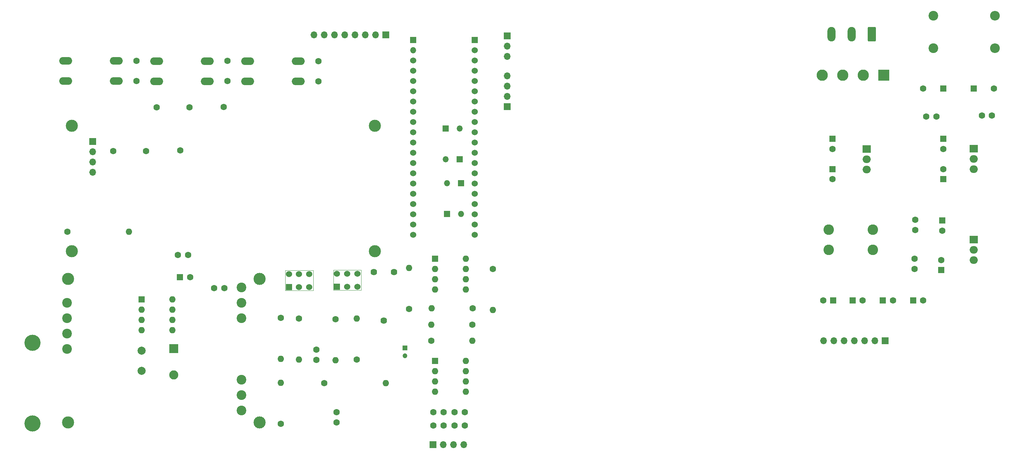
<source format=gbr>
%TF.GenerationSoftware,KiCad,Pcbnew,8.0.3*%
%TF.CreationDate,2024-11-22T15:21:49+07:00*%
%TF.ProjectId,oscilloscope,6f736369-6c6c-46f7-9363-6f70652e6b69,rev?*%
%TF.SameCoordinates,Original*%
%TF.FileFunction,Soldermask,Top*%
%TF.FilePolarity,Negative*%
%FSLAX46Y46*%
G04 Gerber Fmt 4.6, Leading zero omitted, Abs format (unit mm)*
G04 Created by KiCad (PCBNEW 8.0.3) date 2024-11-22 15:21:49*
%MOMM*%
%LPD*%
G01*
G04 APERTURE LIST*
G04 Aperture macros list*
%AMRoundRect*
0 Rectangle with rounded corners*
0 $1 Rounding radius*
0 $2 $3 $4 $5 $6 $7 $8 $9 X,Y pos of 4 corners*
0 Add a 4 corners polygon primitive as box body*
4,1,4,$2,$3,$4,$5,$6,$7,$8,$9,$2,$3,0*
0 Add four circle primitives for the rounded corners*
1,1,$1+$1,$2,$3*
1,1,$1+$1,$4,$5*
1,1,$1+$1,$6,$7*
1,1,$1+$1,$8,$9*
0 Add four rect primitives between the rounded corners*
20,1,$1+$1,$2,$3,$4,$5,0*
20,1,$1+$1,$4,$5,$6,$7,0*
20,1,$1+$1,$6,$7,$8,$9,0*
20,1,$1+$1,$8,$9,$2,$3,0*%
%AMHorizOval*
0 Thick line with rounded ends*
0 $1 width*
0 $2 $3 position (X,Y) of the first rounded end (center of the circle)*
0 $4 $5 position (X,Y) of the second rounded end (center of the circle)*
0 Add line between two ends*
20,1,$1,$2,$3,$4,$5,0*
0 Add two circle primitives to create the rounded ends*
1,1,$1,$2,$3*
1,1,$1,$4,$5*%
G04 Aperture macros list end*
%ADD10C,0.100000*%
%ADD11R,1.600000X1.600000*%
%ADD12C,1.600000*%
%ADD13R,1.700000X1.700000*%
%ADD14O,1.700000X1.700000*%
%ADD15O,1.600000X1.600000*%
%ADD16R,1.500000X1.500000*%
%ADD17O,1.500000X1.500000*%
%ADD18O,3.200000X1.900000*%
%ADD19R,2.000000X1.905000*%
%ADD20O,2.000000X1.905000*%
%ADD21C,2.600000*%
%ADD22C,3.000000*%
%ADD23C,2.400000*%
%ADD24R,2.250000X2.250000*%
%ADD25C,2.250000*%
%ADD26C,2.000000*%
%ADD27C,4.000000*%
%ADD28R,1.524000X1.524000*%
%ADD29C,1.524000*%
%ADD30O,2.400000X2.400000*%
%ADD31O,1.524000X1.524000*%
%ADD32R,1.200000X1.200000*%
%ADD33C,1.200000*%
%ADD34RoundRect,0.250000X0.750000X1.550000X-0.750000X1.550000X-0.750000X-1.550000X0.750000X-1.550000X0*%
%ADD35O,2.000000X3.600000*%
%ADD36HorizOval,1.600000X0.000000X0.000000X0.000000X0.000000X0*%
%ADD37R,2.800000X2.800000*%
%ADD38C,2.800000*%
%ADD39C,1.620000*%
G04 APERTURE END LIST*
%TO.C,SW5*%
D10*
X97167621Y-103742500D02*
X104067621Y-103742500D01*
X104067621Y-98742500D01*
X97167621Y-98742500D01*
X97167621Y-103742500D01*
%TO.C,SW4*%
X109067621Y-103642500D02*
X115967621Y-103642500D01*
X115967621Y-98642500D01*
X109067621Y-98642500D01*
X109067621Y-103642500D01*
%TD*%
D11*
%TO.C,C30*%
X71067621Y-100392500D03*
D12*
X73567621Y-100392500D03*
%TD*%
D13*
%TO.C,REF\u002A\u002A*%
X133697621Y-141892500D03*
D14*
X136237621Y-141892500D03*
X138777621Y-141892500D03*
X141317621Y-141892500D03*
%TD*%
D12*
%TO.C,C3*%
X82827621Y-51782500D03*
X82827621Y-46782500D03*
%TD*%
D11*
%TO.C,C6*%
X260067621Y-76142500D03*
D12*
X260067621Y-73642500D03*
%TD*%
%TO.C,C28*%
X253067621Y-88692500D03*
X253067621Y-86192500D03*
%TD*%
%TO.C,C27*%
X255817621Y-60642500D03*
X258317621Y-60642500D03*
%TD*%
%TO.C,R9*%
X114817621Y-120802500D03*
D15*
X114817621Y-110642500D03*
%TD*%
D12*
%TO.C,R14*%
X96067621Y-110522500D03*
D15*
X96067621Y-120682500D03*
%TD*%
D11*
%TO.C,C7*%
X267567621Y-53642500D03*
D12*
X272567621Y-53642500D03*
%TD*%
D16*
%TO.C,D3*%
X140667621Y-77142500D03*
D17*
X140667621Y-84762500D03*
%TD*%
D12*
%TO.C,C2*%
X105327621Y-51902500D03*
X105327621Y-46902500D03*
%TD*%
D18*
%TO.C,SW1*%
X42827621Y-46782500D03*
X55327621Y-46782500D03*
X42827621Y-51782500D03*
X55327621Y-51782500D03*
%TD*%
D12*
%TO.C,R7*%
X100567621Y-110642500D03*
D15*
X100567621Y-120802500D03*
%TD*%
D16*
%TO.C,D7*%
X136827621Y-63587500D03*
D17*
X136827621Y-71207500D03*
%TD*%
D19*
%TO.C,U3*%
X267567621Y-91102500D03*
D20*
X267567621Y-93642500D03*
X267567621Y-96182500D03*
%TD*%
D11*
%TO.C,U6*%
X61567621Y-105892500D03*
D15*
X61567621Y-108432500D03*
X61567621Y-110972500D03*
X61567621Y-113512500D03*
X69187621Y-113512500D03*
X69187621Y-110972500D03*
X69187621Y-108432500D03*
X69187621Y-105892500D03*
%TD*%
D12*
%TO.C,R17*%
X133317621Y-116142500D03*
D15*
X143477621Y-116142500D03*
%TD*%
D12*
%TO.C,C25*%
X139067621Y-137142500D03*
X141567621Y-137142500D03*
%TD*%
D13*
%TO.C,J2*%
X152067621Y-40642500D03*
D14*
X152067621Y-43182500D03*
X152067621Y-45722500D03*
%TD*%
D13*
%TO.C,J6*%
X122067621Y-40392500D03*
D14*
X119527621Y-40392500D03*
X116987621Y-40392500D03*
X114447621Y-40392500D03*
X111907621Y-40392500D03*
X109367621Y-40392500D03*
X106827621Y-40392500D03*
X104287621Y-40392500D03*
%TD*%
D21*
%TO.C,L2*%
X231667621Y-88642500D03*
X231667621Y-93642500D03*
%TD*%
D13*
%TO.C,J3*%
X152067621Y-58182500D03*
D14*
X152067621Y-55642500D03*
X152067621Y-53102500D03*
X152067621Y-50562500D03*
%TD*%
D18*
%TO.C,SW2*%
X87827621Y-46902500D03*
X100327621Y-46902500D03*
X87827621Y-51902500D03*
X100327621Y-51902500D03*
%TD*%
D11*
%TO.C,U5*%
X134267621Y-95842500D03*
D15*
X134267621Y-98382500D03*
X134267621Y-100922500D03*
X134267621Y-103462500D03*
X141887621Y-103462500D03*
X141887621Y-100922500D03*
X141887621Y-98382500D03*
X141887621Y-95842500D03*
%TD*%
D12*
%TO.C,C21*%
X104817621Y-120892500D03*
X104817621Y-118392500D03*
%TD*%
D22*
%TO.C,RELAY1*%
X90772621Y-100832500D03*
X43401621Y-100832500D03*
X90772621Y-136392500D03*
X43401621Y-136392500D03*
D23*
X43147621Y-106732500D03*
X43147621Y-110542500D03*
X43147621Y-114352500D03*
X43147621Y-118162500D03*
X86327621Y-102922500D03*
X86327621Y-106732500D03*
X86327621Y-110542500D03*
X86327621Y-125782500D03*
X86327621Y-129592500D03*
X86327621Y-133402500D03*
%TD*%
D11*
%TO.C,C11*%
X232817621Y-106142500D03*
D12*
X230317621Y-106142500D03*
%TD*%
%TO.C,R10*%
X127817621Y-108302500D03*
D15*
X127817621Y-98142500D03*
%TD*%
D24*
%TO.C,SW6*%
X69567621Y-118142500D03*
D25*
X69567621Y-124642500D03*
%TD*%
D11*
%TO.C,C13*%
X245067621Y-106142500D03*
D12*
X247567621Y-106142500D03*
%TD*%
D11*
%TO.C,C10*%
X232567621Y-73642500D03*
D12*
X232567621Y-76142500D03*
%TD*%
%TO.C,C22*%
X109817621Y-136392500D03*
X109817621Y-133892500D03*
%TD*%
D26*
%TO.C,C23*%
X61567621Y-123642500D03*
X61567621Y-118642500D03*
%TD*%
D11*
%TO.C,C8*%
X260067621Y-53642500D03*
D12*
X255067621Y-53642500D03*
%TD*%
D27*
%TO.C,J5*%
X34567621Y-116642500D03*
X34567621Y-136642500D03*
%TD*%
D11*
%TO.C,C9*%
X232567621Y-66142500D03*
D12*
X232567621Y-68642500D03*
%TD*%
D28*
%TO.C,SW5*%
X98067621Y-102842500D03*
D29*
X100567621Y-102842500D03*
X98067621Y-99642500D03*
X100567621Y-99642500D03*
X103067621Y-102842500D03*
X103067621Y-99642500D03*
%TD*%
D23*
%TO.C,R5*%
X257567621Y-43642500D03*
D30*
X272807621Y-43642500D03*
%TD*%
D28*
%TO.C,STM32-1*%
X128827621Y-41622500D03*
D31*
X128827621Y-44162500D03*
D29*
X128827621Y-46702500D03*
X128827621Y-49242500D03*
X128827621Y-51782500D03*
X128827621Y-54322500D03*
X128827621Y-56862500D03*
X128827621Y-59402500D03*
X128827621Y-61942500D03*
X128827621Y-64482500D03*
X128827621Y-67022500D03*
X128827621Y-69562500D03*
X128827621Y-72102500D03*
X128827621Y-74642500D03*
X128827621Y-77182500D03*
X128827621Y-79722500D03*
X128827621Y-82262500D03*
X128827621Y-84802500D03*
X128827621Y-87342500D03*
X128827621Y-89882500D03*
X144067621Y-89882500D03*
X144067621Y-87342500D03*
X144067621Y-84802500D03*
X144067621Y-82262500D03*
X144067621Y-79722500D03*
X144067621Y-77182500D03*
X144067621Y-74642500D03*
X144067621Y-72102500D03*
X144067621Y-69562500D03*
X144067621Y-67022500D03*
X144067621Y-64482500D03*
X144067621Y-61942500D03*
X144067621Y-59402500D03*
X144067621Y-56862500D03*
X144067621Y-54322500D03*
X144067621Y-51782500D03*
X144067621Y-49242500D03*
X144067621Y-46702500D03*
X144067621Y-44162500D03*
D28*
X144067621Y-41622500D03*
%TD*%
D12*
%TO.C,R12*%
X109567621Y-110812500D03*
D15*
X109567621Y-120972500D03*
%TD*%
D12*
%TO.C,C18*%
X139067621Y-133892500D03*
X141567621Y-133892500D03*
%TD*%
D32*
%TO.C,C19*%
X126817621Y-117892500D03*
D33*
X126817621Y-119892500D03*
%TD*%
D11*
%TO.C,C15*%
X252567621Y-106142500D03*
D12*
X255067621Y-106142500D03*
%TD*%
D34*
%TO.C,J4*%
X242317621Y-40170000D03*
D35*
X237317621Y-40170000D03*
X232317621Y-40170000D03*
%TD*%
D28*
%TO.C,SW4*%
X109967621Y-102742500D03*
D29*
X112467621Y-102742500D03*
X109967621Y-99542500D03*
X112467621Y-99542500D03*
X114967621Y-102742500D03*
X114967621Y-99542500D03*
%TD*%
D12*
%TO.C,C20*%
X82067621Y-103142500D03*
X79567621Y-103142500D03*
%TD*%
%TO.C,R1*%
X54539467Y-69142500D03*
D36*
X65315774Y-58366193D03*
%TD*%
D16*
%TO.C,D2*%
X137167621Y-84772500D03*
D17*
X137167621Y-77152500D03*
%TD*%
D11*
%TO.C,C4*%
X237567621Y-106142500D03*
D12*
X240067621Y-106142500D03*
%TD*%
%TO.C,C1*%
X60327621Y-51782500D03*
X60327621Y-46782500D03*
%TD*%
D37*
%TO.C,D1*%
X245317621Y-50392500D03*
D38*
X240237621Y-50392500D03*
X235157621Y-50392500D03*
X230077621Y-50392500D03*
%TD*%
D12*
%TO.C,C29*%
X252967621Y-95842500D03*
X252967621Y-98342500D03*
%TD*%
%TO.C,C24*%
X136317621Y-137142500D03*
X133817621Y-137142500D03*
%TD*%
D11*
%TO.C,C5*%
X260067621Y-66142500D03*
D12*
X260067621Y-68642500D03*
%TD*%
D19*
%TO.C,U2*%
X241067621Y-68642500D03*
D20*
X241067621Y-71182500D03*
X241067621Y-73722500D03*
%TD*%
D12*
%TO.C,R6*%
X143487621Y-112142500D03*
D15*
X133327621Y-112142500D03*
%TD*%
D12*
%TO.C,C26*%
X272067621Y-60392500D03*
X269567621Y-60392500D03*
%TD*%
%TO.C,C17*%
X136317621Y-133892500D03*
X133817621Y-133892500D03*
%TD*%
D11*
%TO.C,C14*%
X259567621Y-98642500D03*
D12*
X259567621Y-96142500D03*
%TD*%
D11*
%TO.C,U7*%
X134197621Y-121122500D03*
D15*
X134197621Y-123662500D03*
X134197621Y-126202500D03*
X134197621Y-128742500D03*
X141817621Y-128742500D03*
X141817621Y-126202500D03*
X141817621Y-123662500D03*
X141817621Y-121122500D03*
%TD*%
D21*
%TO.C,L1*%
X242567621Y-88642500D03*
X242567621Y-93642500D03*
%TD*%
D22*
%TO.C,LCD1*%
X44328521Y-62932500D03*
X44328521Y-93933200D03*
X119327101Y-93933200D03*
X119327621Y-62932500D03*
D13*
X49447621Y-66782500D03*
D14*
X49447621Y-69322500D03*
X49447621Y-71862500D03*
X49447621Y-74402500D03*
%TD*%
D39*
%TO.C,RV1*%
X124067621Y-99142500D03*
X121567621Y-111142500D03*
X119067621Y-99142500D03*
%TD*%
D19*
%TO.C,U1*%
X267567621Y-68602500D03*
D20*
X267567621Y-71142500D03*
X267567621Y-73682500D03*
%TD*%
D12*
%TO.C,R11*%
X148567621Y-98392500D03*
D15*
X148567621Y-108552500D03*
%TD*%
D12*
%TO.C,R8*%
X143567621Y-108142500D03*
D15*
X133407621Y-108142500D03*
%TD*%
D16*
%TO.C,D8*%
X140327621Y-71217500D03*
D17*
X140327621Y-63597500D03*
%TD*%
D12*
%TO.C,R16*%
X96067621Y-136722500D03*
D15*
X96067621Y-126562500D03*
%TD*%
D12*
%TO.C,R3*%
X62667621Y-69142500D03*
D36*
X73443928Y-58366193D03*
%TD*%
D18*
%TO.C,SW3*%
X65327621Y-46902500D03*
X77827621Y-46902500D03*
X65327621Y-51902500D03*
X77827621Y-51902500D03*
%TD*%
D13*
%TO.C,REF\u002A\u002A*%
X245607621Y-116142500D03*
D14*
X243067621Y-116142500D03*
X240527621Y-116142500D03*
X237987621Y-116142500D03*
X235447621Y-116142500D03*
X232907621Y-116142500D03*
X230367621Y-116142500D03*
%TD*%
D12*
%TO.C,R13*%
X43197621Y-89142500D03*
D15*
X58437621Y-89142500D03*
%TD*%
D11*
%TO.C,C12*%
X259817621Y-86392500D03*
D12*
X259817621Y-88892500D03*
%TD*%
%TO.C,C16*%
X73067621Y-94892500D03*
X70567621Y-94892500D03*
%TD*%
D23*
%TO.C,R4*%
X257567621Y-35642500D03*
D30*
X272807621Y-35642500D03*
%TD*%
D12*
%TO.C,R15*%
X106817621Y-126642500D03*
D15*
X122057621Y-126642500D03*
%TD*%
D12*
%TO.C,R2*%
X71151314Y-68978807D03*
D36*
X81927621Y-58202500D03*
%TD*%
M02*

</source>
